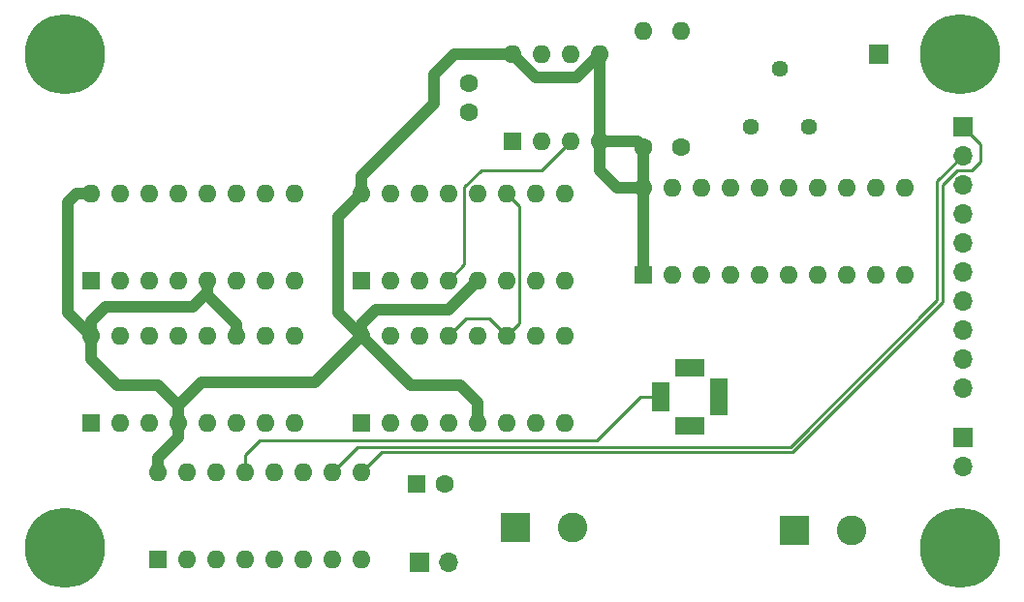
<source format=gbr>
%TF.GenerationSoftware,KiCad,Pcbnew,(5.1.9-0-10_14)*%
%TF.CreationDate,2021-05-25T00:06:21-04:00*%
%TF.ProjectId,sound,736f756e-642e-46b6-9963-61645f706362,rev?*%
%TF.SameCoordinates,Original*%
%TF.FileFunction,Copper,L3,Inr*%
%TF.FilePolarity,Positive*%
%FSLAX46Y46*%
G04 Gerber Fmt 4.6, Leading zero omitted, Abs format (unit mm)*
G04 Created by KiCad (PCBNEW (5.1.9-0-10_14)) date 2021-05-25 00:06:21*
%MOMM*%
%LPD*%
G01*
G04 APERTURE LIST*
%TA.AperFunction,ComponentPad*%
%ADD10O,1.600000X1.600000*%
%TD*%
%TA.AperFunction,ComponentPad*%
%ADD11R,1.600000X1.600000*%
%TD*%
%TA.AperFunction,ComponentPad*%
%ADD12O,1.700000X1.700000*%
%TD*%
%TA.AperFunction,ComponentPad*%
%ADD13R,1.700000X1.700000*%
%TD*%
%TA.AperFunction,ComponentPad*%
%ADD14C,2.600000*%
%TD*%
%TA.AperFunction,ComponentPad*%
%ADD15R,2.600000X2.600000*%
%TD*%
%TA.AperFunction,ComponentPad*%
%ADD16C,1.600000*%
%TD*%
%TA.AperFunction,ComponentPad*%
%ADD17C,1.440000*%
%TD*%
%TA.AperFunction,ComponentPad*%
%ADD18C,0.800000*%
%TD*%
%TA.AperFunction,ComponentPad*%
%ADD19C,7.000000*%
%TD*%
%TA.AperFunction,ComponentPad*%
%ADD20R,2.600000X1.500000*%
%TD*%
%TA.AperFunction,ComponentPad*%
%ADD21R,1.600000X3.300000*%
%TD*%
%TA.AperFunction,ComponentPad*%
%ADD22R,1.500000X2.600000*%
%TD*%
%TA.AperFunction,Conductor*%
%ADD23C,1.000000*%
%TD*%
%TA.AperFunction,Conductor*%
%ADD24C,0.250000*%
%TD*%
G04 APERTURE END LIST*
D10*
%TO.N,VCC*%
%TO.C,U7*%
X133858000Y-112268000D03*
%TO.N,GND*%
X151638000Y-119888000D03*
%TO.N,Net-(U1-Pad2)*%
X136398000Y-112268000D03*
%TO.N,GND*%
X149098000Y-119888000D03*
%TO.N,Net-(U1-Pad6)*%
X138938000Y-112268000D03*
%TO.N,GND*%
X146558000Y-119888000D03*
%TO.N,SPEAKER*%
X141478000Y-112268000D03*
%TO.N,Net-(U7-Pad5)*%
X144018000Y-119888000D03*
%TO.N,Net-(U1-Pad7)*%
X144018000Y-112268000D03*
%TO.N,Net-(U7-Pad4)*%
X141478000Y-119888000D03*
%TO.N,Net-(U1-Pad3)*%
X146558000Y-112268000D03*
%TO.N,Net-(U7-Pad3)*%
X138938000Y-119888000D03*
%TO.N,OCTAVE_00*%
X149098000Y-112268000D03*
%TO.N,Net-(U7-Pad2)*%
X136398000Y-119888000D03*
%TO.N,OCTAVE_01*%
X151638000Y-112268000D03*
D11*
%TO.N,Net-(U7-Pad1)*%
X133858000Y-119888000D03*
%TD*%
D12*
%TO.N,BUS_00*%
%TO.C,J6*%
X204216000Y-104902000D03*
%TO.N,BUS_01*%
X204216000Y-102362000D03*
%TO.N,BUS_02*%
X204216000Y-99822000D03*
%TO.N,BUS_03*%
X204216000Y-97282000D03*
%TO.N,BUS_04*%
X204216000Y-94742000D03*
%TO.N,BUS_05*%
X204216000Y-92202000D03*
%TO.N,BUS_06*%
X204216000Y-89662000D03*
%TO.N,BUS_07*%
X204216000Y-87122000D03*
%TO.N,OCTAVE_00*%
X204216000Y-84582000D03*
D13*
%TO.N,OCTAVE_01*%
X204216000Y-82042000D03*
%TD*%
D14*
%TO.N,SPEAKER*%
%TO.C,J7*%
X194484000Y-117348000D03*
D15*
%TO.N,Net-(J1-Pad1)*%
X189484000Y-117348000D03*
%TD*%
D10*
%TO.N,Net-(R1-Pad2)*%
%TO.C,R2*%
X176276000Y-73660000D03*
D16*
%TO.N,VCC*%
X176276000Y-83820000D03*
%TD*%
D10*
%TO.N,Net-(R1-Pad2)*%
%TO.C,R1*%
X179578000Y-73660000D03*
D16*
%TO.N,Net-(C1-Pad2)*%
X179578000Y-83820000D03*
%TD*%
%TO.N,Net-(C1-Pad2)*%
%TO.C,C1*%
X161036000Y-78272000D03*
%TO.N,GND*%
X161036000Y-80772000D03*
%TD*%
D17*
%TO.N,Net-(RV1-Pad1)*%
%TO.C,RV1*%
X190754000Y-82042000D03*
%TO.N,Net-(J1-Pad1)*%
X188214000Y-76962000D03*
%TO.N,GND*%
X185674000Y-82042000D03*
%TD*%
D10*
%TO.N,VCC*%
%TO.C,U2*%
X164846000Y-75692000D03*
X172466000Y-83312000D03*
%TO.N,Net-(R1-Pad2)*%
X167386000Y-75692000D03*
%TO.N,Net-(U2-Pad3)*%
X169926000Y-83312000D03*
%TO.N,Net-(C1-Pad2)*%
X169926000Y-75692000D03*
X167386000Y-83312000D03*
%TO.N,VCC*%
X172466000Y-75692000D03*
D11*
%TO.N,GND*%
X164846000Y-83312000D03*
%TD*%
D13*
%TO.N,LATCH_NOTE*%
%TO.C,J3*%
X196850000Y-75692000D03*
%TD*%
D18*
%TO.N,N/C*%
%TO.C,REF\u002A\u002A*%
X127586155Y-117015845D03*
X125730000Y-116247000D03*
X123873845Y-117015845D03*
X123105000Y-118872000D03*
X123873845Y-120728155D03*
X125730000Y-121497000D03*
X127586155Y-120728155D03*
X128355000Y-118872000D03*
D19*
X125730000Y-118872000D03*
%TD*%
%TO.N,N/C*%
%TO.C,REF\u002A\u002A*%
X203962000Y-118872000D03*
D18*
X206587000Y-118872000D03*
X205818155Y-120728155D03*
X203962000Y-121497000D03*
X202105845Y-120728155D03*
X201337000Y-118872000D03*
X202105845Y-117015845D03*
X203962000Y-116247000D03*
X205818155Y-117015845D03*
%TD*%
D19*
%TO.N,N/C*%
%TO.C,REF\u002A\u002A*%
X125730000Y-75692000D03*
D18*
X128355000Y-75692000D03*
X127586155Y-77548155D03*
X125730000Y-78317000D03*
X123873845Y-77548155D03*
X123105000Y-75692000D03*
X123873845Y-73835845D03*
X125730000Y-73067000D03*
X127586155Y-73835845D03*
%TD*%
%TO.N,N/C*%
%TO.C,REF\u002A\u002A*%
X205818155Y-73835845D03*
X203962000Y-73067000D03*
X202105845Y-73835845D03*
X201337000Y-75692000D03*
X202105845Y-77548155D03*
X203962000Y-78317000D03*
X205818155Y-77548155D03*
X206587000Y-75692000D03*
D19*
X203962000Y-75692000D03*
%TD*%
D10*
%TO.N,VCC*%
%TO.C,U6*%
X176276000Y-87376000D03*
%TO.N,GND*%
X199136000Y-94996000D03*
%TO.N,Net-(U4-Pad9)*%
X178816000Y-87376000D03*
%TO.N,Net-(U5-Pad9)*%
X196596000Y-94996000D03*
%TO.N,BUS_07*%
X181356000Y-87376000D03*
%TO.N,BUS_03*%
X194056000Y-94996000D03*
%TO.N,BUS_06*%
X183896000Y-87376000D03*
%TO.N,BUS_02*%
X191516000Y-94996000D03*
%TO.N,Net-(U4-Pad10)*%
X186436000Y-87376000D03*
%TO.N,Net-(U5-Pad10)*%
X188976000Y-94996000D03*
%TO.N,Net-(U4-Pad1)*%
X188976000Y-87376000D03*
%TO.N,Net-(U5-Pad1)*%
X186436000Y-94996000D03*
%TO.N,BUS_05*%
X191516000Y-87376000D03*
%TO.N,BUS_01*%
X183896000Y-94996000D03*
%TO.N,BUS_04*%
X194056000Y-87376000D03*
%TO.N,BUS_00*%
X181356000Y-94996000D03*
%TO.N,Net-(U4-Pad15)*%
X196596000Y-87376000D03*
%TO.N,Net-(U5-Pad15)*%
X178816000Y-94996000D03*
%TO.N,LATCH_NOTE*%
X199136000Y-87376000D03*
D11*
%TO.N,VCC*%
X176276000Y-94996000D03*
%TD*%
D10*
%TO.N,VCC*%
%TO.C,U5*%
X151638000Y-87884000D03*
%TO.N,GND*%
X169418000Y-95504000D03*
%TO.N,Net-(U5-Pad15)*%
X154178000Y-87884000D03*
%TO.N,Net-(U5-Pad7)*%
X166878000Y-95504000D03*
%TO.N,GND*%
X156718000Y-87884000D03*
%TO.N,Net-(U5-Pad6)*%
X164338000Y-95504000D03*
%TO.N,Net-(U4-Pad4)*%
X159258000Y-87884000D03*
%TO.N,VCC*%
X161798000Y-95504000D03*
%TO.N,Net-(U5-Pad12)*%
X161798000Y-87884000D03*
%TO.N,Net-(U2-Pad3)*%
X159258000Y-95504000D03*
%TO.N,Net-(U1-Pad5)*%
X164338000Y-87884000D03*
%TO.N,Net-(U5-Pad3)*%
X156718000Y-95504000D03*
%TO.N,Net-(U5-Pad10)*%
X166878000Y-87884000D03*
%TO.N,Net-(U5-Pad2)*%
X154178000Y-95504000D03*
%TO.N,Net-(U5-Pad9)*%
X169418000Y-87884000D03*
D11*
%TO.N,Net-(U5-Pad1)*%
X151638000Y-95504000D03*
%TD*%
D10*
%TO.N,VCC*%
%TO.C,U4*%
X128016000Y-87884000D03*
%TO.N,GND*%
X145796000Y-95504000D03*
%TO.N,Net-(U4-Pad15)*%
X130556000Y-87884000D03*
%TO.N,Net-(U4-Pad7)*%
X143256000Y-95504000D03*
%TO.N,GND*%
X133096000Y-87884000D03*
%TO.N,Net-(U4-Pad6)*%
X140716000Y-95504000D03*
%TO.N,Net-(U3-Pad4)*%
X135636000Y-87884000D03*
%TO.N,VCC*%
X138176000Y-95504000D03*
%TO.N,Net-(U4-Pad12)*%
X138176000Y-87884000D03*
%TO.N,Net-(U4-Pad4)*%
X135636000Y-95504000D03*
%TO.N,Net-(U1-Pad5)*%
X140716000Y-87884000D03*
%TO.N,Net-(U4-Pad3)*%
X133096000Y-95504000D03*
%TO.N,Net-(U4-Pad10)*%
X143256000Y-87884000D03*
%TO.N,Net-(U4-Pad2)*%
X130556000Y-95504000D03*
%TO.N,Net-(U4-Pad9)*%
X145796000Y-87884000D03*
D11*
%TO.N,Net-(U4-Pad1)*%
X128016000Y-95504000D03*
%TD*%
%TO.N,GND*%
%TO.C,U3*%
X151638000Y-107950000D03*
D10*
X169418000Y-100330000D03*
%TO.N,Net-(U3-Pad2)*%
X154178000Y-107950000D03*
%TO.N,GND*%
X166878000Y-100330000D03*
%TO.N,Net-(U3-Pad3)*%
X156718000Y-107950000D03*
%TO.N,Net-(U1-Pad5)*%
X164338000Y-100330000D03*
%TO.N,Net-(U3-Pad4)*%
X159258000Y-107950000D03*
%TO.N,Net-(U3-Pad12)*%
X161798000Y-100330000D03*
%TO.N,VCC*%
X161798000Y-107950000D03*
%TO.N,Net-(U1-Pad5)*%
X159258000Y-100330000D03*
%TO.N,Net-(U3-Pad6)*%
X164338000Y-107950000D03*
%TO.N,GND*%
X156718000Y-100330000D03*
%TO.N,Net-(U3-Pad7)*%
X166878000Y-107950000D03*
%TO.N,GND*%
X154178000Y-100330000D03*
X169418000Y-107950000D03*
%TO.N,VCC*%
X151638000Y-100330000D03*
%TD*%
D11*
%TO.N,Net-(U1-Pad1)*%
%TO.C,U1*%
X128016000Y-107950000D03*
D10*
%TO.N,Net-(U1-Pad9)*%
X145796000Y-100330000D03*
%TO.N,Net-(U1-Pad2)*%
X130556000Y-107950000D03*
%TO.N,Net-(U1-Pad10)*%
X143256000Y-100330000D03*
%TO.N,Net-(U1-Pad3)*%
X133096000Y-107950000D03*
%TO.N,VCC*%
X140716000Y-100330000D03*
X135636000Y-107950000D03*
%TO.N,Net-(U1-Pad12)*%
X138176000Y-100330000D03*
%TO.N,Net-(U1-Pad5)*%
X138176000Y-107950000D03*
%TO.N,Net-(U1-Pad13)*%
X135636000Y-100330000D03*
%TO.N,Net-(U1-Pad6)*%
X140716000Y-107950000D03*
%TO.N,GND*%
X133096000Y-100330000D03*
%TO.N,Net-(U1-Pad7)*%
X143256000Y-107950000D03*
%TO.N,Net-(U1-Pad15)*%
X130556000Y-100330000D03*
%TO.N,GND*%
X145796000Y-107950000D03*
%TO.N,VCC*%
X128016000Y-100330000D03*
%TD*%
D20*
%TO.N,Net-(J1-Pad1)*%
%TO.C,LS1*%
X180340000Y-103124000D03*
%TO.N,SPEAKER*%
X180340000Y-108204000D03*
D21*
%TO.N,Net-(J1-Pad1)*%
X182880000Y-105664000D03*
D22*
%TO.N,SPEAKER*%
X177800000Y-105664000D03*
%TD*%
D14*
%TO.N,GND*%
%TO.C,J5*%
X170100000Y-117094000D03*
D15*
%TO.N,VCC*%
X165100000Y-117094000D03*
%TD*%
D12*
%TO.N,GND*%
%TO.C,J2*%
X159258000Y-120142000D03*
D13*
%TO.N,VCC*%
X156718000Y-120142000D03*
%TD*%
D12*
%TO.N,SPEAKER*%
%TO.C,J1*%
X204216000Y-111760000D03*
D13*
%TO.N,Net-(J1-Pad1)*%
X204216000Y-109220000D03*
%TD*%
D16*
%TO.N,GND*%
%TO.C,C3*%
X158964000Y-113284000D03*
D11*
%TO.N,VCC*%
X156464000Y-113284000D03*
%TD*%
D23*
%TO.N,VCC*%
X176276000Y-87376000D02*
X176276000Y-94996000D01*
X151638000Y-100330000D02*
X155956000Y-104648000D01*
X155956000Y-104648000D02*
X160274000Y-104648000D01*
X161798000Y-106172000D02*
X161798000Y-107950000D01*
X160274000Y-104648000D02*
X161798000Y-106172000D01*
X151638000Y-100330000D02*
X147574000Y-104394000D01*
X147574000Y-104394000D02*
X137668000Y-104394000D01*
X135636000Y-106426000D02*
X135636000Y-107950000D01*
X137668000Y-104394000D02*
X135636000Y-106426000D01*
X128016000Y-100330000D02*
X128016000Y-102362000D01*
X128016000Y-102362000D02*
X130302000Y-104648000D01*
X133858000Y-104648000D02*
X135636000Y-106426000D01*
X130302000Y-104648000D02*
X133858000Y-104648000D01*
X128016000Y-100330000D02*
X128016000Y-99060000D01*
X128016000Y-99060000D02*
X129286000Y-97790000D01*
X129286000Y-97790000D02*
X136906000Y-97790000D01*
X138176000Y-96520000D02*
X138176000Y-95504000D01*
X136906000Y-97790000D02*
X138176000Y-96520000D01*
X128016000Y-87884000D02*
X126746000Y-87884000D01*
X126746000Y-87884000D02*
X125984000Y-88646000D01*
X125984000Y-98298000D02*
X128016000Y-100330000D01*
X125984000Y-88646000D02*
X125984000Y-98298000D01*
X151638000Y-100330000D02*
X151638000Y-99314000D01*
X151638000Y-99314000D02*
X152908000Y-98044000D01*
X159258000Y-98044000D02*
X161798000Y-95504000D01*
X152908000Y-98044000D02*
X159258000Y-98044000D01*
X140716000Y-99314000D02*
X140716000Y-100330000D01*
X138176000Y-96774000D02*
X140716000Y-99314000D01*
X138176000Y-95504000D02*
X138176000Y-96774000D01*
X172466000Y-75692000D02*
X172466000Y-83312000D01*
X175768000Y-83312000D02*
X176276000Y-83820000D01*
X172466000Y-83312000D02*
X175768000Y-83312000D01*
X176276000Y-83820000D02*
X176276000Y-87376000D01*
X172466000Y-83312000D02*
X172466000Y-85852000D01*
X173990000Y-87376000D02*
X176276000Y-87376000D01*
X172466000Y-85852000D02*
X173990000Y-87376000D01*
X151638000Y-87884000D02*
X149606000Y-89916000D01*
X149606000Y-98298000D02*
X151638000Y-100330000D01*
X149606000Y-89916000D02*
X149606000Y-98298000D01*
X172466000Y-75692000D02*
X170434000Y-77724000D01*
X166878000Y-77724000D02*
X164846000Y-75692000D01*
X170434000Y-77724000D02*
X166878000Y-77724000D01*
X135636000Y-107950000D02*
X135636000Y-109220000D01*
X133858000Y-110998000D02*
X133858000Y-112268000D01*
X135636000Y-109220000D02*
X133858000Y-110998000D01*
X151638000Y-86360000D02*
X151638000Y-87884000D01*
X157988000Y-80010000D02*
X151638000Y-86360000D01*
X157988000Y-77470000D02*
X157988000Y-80010000D01*
X159766000Y-75692000D02*
X157988000Y-77470000D01*
X164846000Y-75692000D02*
X159766000Y-75692000D01*
D24*
%TO.N,Net-(U1-Pad5)*%
X165463001Y-99204999D02*
X164338000Y-100330000D01*
X165463001Y-89009001D02*
X165463001Y-99204999D01*
X164338000Y-87884000D02*
X165463001Y-89009001D01*
X160782000Y-98806000D02*
X159258000Y-100330000D01*
X162814000Y-98806000D02*
X160782000Y-98806000D01*
X164338000Y-100330000D02*
X162814000Y-98806000D01*
%TO.N,Net-(U2-Pad3)*%
X169926000Y-83312000D02*
X167386000Y-85852000D01*
X160672999Y-87343999D02*
X160672999Y-94089001D01*
X160672999Y-94089001D02*
X159258000Y-95504000D01*
X162164998Y-85852000D02*
X160672999Y-87343999D01*
X167386000Y-85852000D02*
X162164998Y-85852000D01*
%TO.N,SPEAKER*%
X142748000Y-109474000D02*
X141478000Y-110744000D01*
X172212000Y-109474000D02*
X142748000Y-109474000D01*
X141478000Y-110744000D02*
X141478000Y-112268000D01*
X176022000Y-105664000D02*
X172212000Y-109474000D01*
X177800000Y-105664000D02*
X176022000Y-105664000D01*
%TO.N,OCTAVE_00*%
X204216000Y-84582000D02*
X201987989Y-86810011D01*
X201987989Y-86810011D02*
X201987989Y-97224011D01*
X151326011Y-110039989D02*
X149098000Y-112268000D01*
X201987989Y-97224011D02*
X189172011Y-110039989D01*
X189172011Y-110039989D02*
X151326011Y-110039989D01*
%TO.N,OCTAVE_01*%
X153416000Y-110490000D02*
X151638000Y-112268000D01*
X202438000Y-97410411D02*
X189358411Y-110490000D01*
X203746998Y-85852000D02*
X202438000Y-87160998D01*
X204978000Y-85852000D02*
X203746998Y-85852000D01*
X205740000Y-85090000D02*
X204978000Y-85852000D01*
X205740000Y-83566000D02*
X205740000Y-85090000D01*
X204216000Y-82042000D02*
X205740000Y-83566000D01*
X189358411Y-110490000D02*
X153416000Y-110490000D01*
X202438000Y-87160998D02*
X202438000Y-97410411D01*
%TD*%
M02*

</source>
